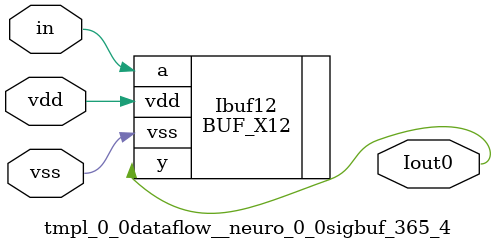
<source format=v>
module tmpl_0_0dataflow__neuro_0_0sigbuf_365_4(in, Iout0 , vdd, vss); 
   input vdd;
   input vss;
   input in;
   

// -- signals ---
   output Iout0 ;
   wire in;

// --- instances
BUF_X12 Ibuf12  (.y(Iout0 ), .a(in), .vdd(vdd), .vss(vss));
endmodule
</source>
